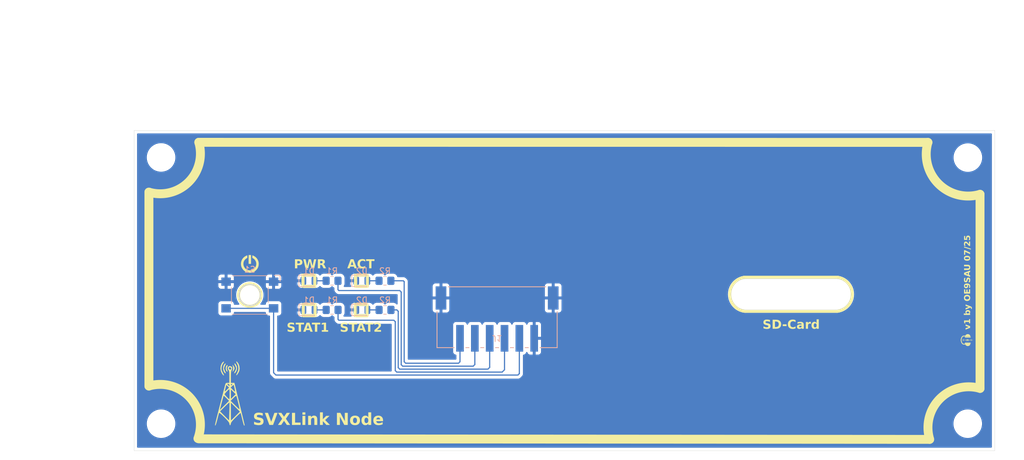
<source format=kicad_pcb>
(kicad_pcb (version 20240108) (generator "pcbnew") (generator_version "8.0")
  (layers (0 "F.Cu" signal) (31 "B.Cu" signal) (34 "B.Paste" user) (35 "F.Paste" user) (36 "B.SilkS" user "B.Silkscreen") (37 "F.SilkS" user "F.Silkscreen") (38 "B.Mask" user) (39 "F.Mask" user) (44 "Edge.Cuts" user))
  (net 0 "")
  (net 1 "GND")
  (footprint "LOGO" (layer "F.Cu") (at 90.9 108.7)
    (property "Reference" "G1" (hide yes))
    (property "Value" " " (hide yes))
  )
  (footprint "MountingHole:MountingHole_4.3mm_M4" (layer "F.Cu") (at 79.05 68.55)
    (property "Reference" "REF1" (hide yes))
    (property "Value" "MountingHole_4.3mm_M4")
    (pad "" np_thru_hole circle (at 0 0) (size 4.3 4.3) (drill 4.3) (layers "F&B.Cu" "*.Mask"))
  )
  (footprint "LOGO" (layer "F.Cu") (at 214.75 99.35 90)
    (property "Reference" "G2" (hide yes))
    (property "Value" "LOGO" (hide yes))
  )
  (footprint "LOGO" (layer "F.Cu") (at 94 86.5)
    (property "Reference" "G***" (hide yes))
    (property "Value" "LOGO" (hide yes))
  )
  (footprint "MountingHole:MountingHole_4.3mm_M4" (layer "F.Cu") (at 214.95 68.575)
    (property "Reference" "REF2" (hide yes))
    (property "Value" "MountingHole_4.3mm_M4")
    (pad "" np_thru_hole circle (at 0 0) (size 4.3 4.3) (drill 4.3) (layers "*.Cu" "*.Mask"))
  )
  (footprint "MountingHole:MountingHole_4.3mm_M4" (layer "F.Cu") (at 214.93 113.45)
    (property "Reference" "REF3" (hide yes))
    (property "Value" "MountingHole_4.3mm_M4")
    (pad "" np_thru_hole circle (at 0 0) (size 4.3 4.3) (drill 4.3) (layers "F&B.Cu" "*.Mask"))
  )
  (footprint "MountingHole:MountingHole_4.3mm_M4" (layer "F.Cu") (at 79.05 113.45)
    (property "Reference" "REF4" (hide yes))
    (property "Value" "MountingHole_4.3mm_M4")
    (pad "" np_thru_hole circle (at 0 0) (size 4.3 4.3) (drill 4.3) (layers "F&B.Cu" "*.Mask"))
  )
  (footprint "LED_SMD:LED_0805_2012Metric" (layer "B.Cu") (at 112.858423 89.35)
    (property "Reference" "D2" (at 0 -1.64 0) (layer "B.SilkS") (effects (justify mirror)))
    (property "Value" "LED_0805_2012Metric" (hide yes))
    (pad "1" smd roundrect (at -0.9375 0) (size 0.975 1.4) (layers "B.Cu" "B.Paste" "B.Mask") (net 1 "GND"))
    (pad "2" smd roundrect (at 0.9375 0) (size 0.975 1.4) (layers "B.Cu" "B.Paste" "B.Mask"))
  )
  (footprint "S6B_XH_SM4_TB:CONN_S6B-XH-SM4-TB_JST" (layer "B.Cu") (at 135.65 95.496199)
    (property "Reference" "J1" (at 0 3.553801 180) (layer "B.SilkS") (effects (justify mirror)))
    (property "Value" "CONN_S6B-XH-SM4-TB_JST")
    (pad "1" smd rect (at -6.25 3.553801) (size 1.2954 4.4958) (layers "B.Cu" "B.Paste" "B.Mask"))
    (pad "2" smd rect (at -3.75 3.553801) (size 1.2954 4.4958) (layers "B.Cu" "B.Paste" "B.Mask"))
    (pad "3" smd rect (at -1.25 3.553801) (size 1.2954 4.4958) (layers "B.Cu" "B.Paste" "B.Mask"))
    (pad "4" smd rect (at 1.25 3.553801) (size 1.2954 4.4958) (layers "B.Cu" "B.Paste" "B.Mask"))
    (pad "5" smd rect (at 3.75 3.553801) (size 1.2954 4.4958) (layers "B.Cu" "B.Paste" "B.Mask"))
    (pad "6" smd rect (at 6.25 3.553801) (size 1.2954 4.4958) (layers "B.Cu" "B.Paste" "B.Mask") (net 1 "GND"))
    (pad "7" smd rect (at -9.449999 -3.246199) (size 1.8034 3.9116) (layers "B.Cu" "B.Paste" "B.Mask") (net 1 "GND"))
    (pad "8" smd rect (at 9.449999 -3.246199) (size 1.8034 3.9116) (layers "B.Cu" "B.Paste" "B.Mask") (net 1 "GND"))
  )
  (footprint "Resistor_SMD:R_0805_2012Metric_Pad1.20x1.40mm_HandSolder" (layer "B.Cu") (at 116.76 89.35 180)
    (property "Reference" "R2" (at 0 1.65 0) (layer "B.SilkS") (effects (justify mirror)))
    (property "Value" "10k")
    (pad "1" smd roundrect (at -1 0 180) (size 1.2 1.4) (layers "B.Cu" "B.Paste" "B.Mask") (roundrect_rratio 0.208333))
    (pad "2" smd roundrect (at 1 0 180) (size 1.2 1.4) (layers "B.Cu" "B.Paste" "B.Mask") (roundrect_rratio 0.208333))
  )
  (footprint "Resistor_SMD:R_0805_2012Metric_Pad1.20x1.40mm_HandSolder" (layer "B.Cu") (at 107.85 89.35 180)
    (property "Reference" "R1" (at 0 1.65 0) (layer "B.SilkS") (effects (justify mirror)))
    (property "Value" "10k")
    (pad "1" smd roundrect (at -1 0 180) (size 1.2 1.4) (layers "B.Cu" "B.Paste" "B.Mask") (roundrect_rratio 0.208333))
    (pad "2" smd roundrect (at 1 0 180) (size 1.2 1.4) (layers "B.Cu" "B.Paste" "B.Mask") (roundrect_rratio 0.208333))
  )
  (footprint "Button_Switch_SMD:SW_SPST_Omron_B3FS-101xP" (layer "B.Cu") (at 94 91.75 180)
    (property "Reference" "S1" (at 0 4.3 0) (layer "B.SilkS") (effects (justify mirror)))
    (property "Value" "SW_SPST_Omron_B3FS-101xP")
    (pad "1" smd rect (at -4 2.25) (size 1.6 1.4) (layers "B.Cu" "B.Paste" "B.Mask") (net 1 "GND"))
    (pad "1" smd rect (at 4 2.25) (size 1.6 1.4) (layers "B.Cu" "B.Paste" "B.Mask") (net 1 "GND"))
    (pad "2" smd rect (at -4 -2.25) (size 1.6 1.4) (layers "B.Cu" "B.Paste" "B.Mask"))
    (pad "2" smd rect (at 4 -2.25) (size 1.6 1.4) (layers "B.Cu" "B.Paste" "B.Mask"))
  )
  (footprint "LED_SMD:LED_0805_2012Metric" (layer "B.Cu") (at 103.958423 94.26)
    (property "Reference" "D1" (at 0 -1.64 0) (layer "B.SilkS") (effects (justify mirror)))
    (property "Value" "LED_0805_2012Metric" (hide yes))
    (pad "1" smd roundrect (at -0.9375 0) (size 0.975 1.4) (layers "B.Cu" "B.Paste" "B.Mask") (net 1 "GND"))
    (pad "2" smd roundrect (at 0.9375 0) (size 0.975 1.4) (layers "B.Cu" "B.Paste" "B.Mask"))
  )
  (footprint "Resistor_SMD:R_0805_2012Metric_Pad1.20x1.40mm_HandSolder" (layer "B.Cu") (at 116.77 94.26 180)
    (property "Reference" "R2" (at 0 1.65 0) (layer "B.SilkS") (effects (justify mirror)))
    (property "Value" "10k")
    (pad "1" smd roundrect (at -1 0 180) (size 1.2 1.4) (layers "B.Cu" "B.Paste" "B.Mask") (roundrect_rratio 0.208333))
    (pad "2" smd roundrect (at 1 0 180) (size 1.2 1.4) (layers "B.Cu" "B.Paste" "B.Mask") (roundrect_rratio 0.208333))
  )
  (footprint "LED_SMD:LED_0805_2012Metric" (layer "B.Cu") (at 112.868423 94.26)
    (property "Reference" "D2" (at 0 -1.64 0) (layer "B.SilkS") (effects (justify mirror)))
    (property "Value" "LED_0805_2012Metric" (hide yes))
    (pad "1" smd roundrect (at -0.9375 0) (size 0.975 1.4) (layers "B.Cu" "B.Paste" "B.Mask") (net 1 "GND"))
    (pad "2" smd roundrect (at 0.9375 0) (size 0.975 1.4) (layers "B.Cu" "B.Paste" "B.Mask"))
  )
  (footprint "LED_SMD:LED_0805_2012Metric" (layer "B.Cu") (at 103.948423 89.35)
    (property "Reference" "D1" (at 0 -1.64 0) (layer "B.SilkS") (effects (justify mirror)))
    (property "Value" "LED_0805_2012Metric" (hide yes))
    (pad "1" smd roundrect (at -0.9375 0) (size 0.975 1.4) (layers "B.Cu" "B.Paste" "B.Mask") (net 1 "GND"))
    (pad "2" smd roundrect (at 0.9375 0) (size 0.975 1.4) (layers "B.Cu" "B.Paste" "B.Mask"))
  )
  (footprint "Resistor_SMD:R_0805_2012Metric_Pad1.20x1.40mm_HandSolder" (layer "B.Cu") (at 107.86 94.26 180)
    (property "Reference" "R1" (at 0 1.65 0) (layer "B.SilkS") (effects (justify mirror)))
    (property "Value" "10k")
    (pad "1" smd roundrect (at -1 0 180) (size 1.2 1.4) (layers "B.Cu" "B.Paste" "B.Mask") (roundrect_rratio 0.208333))
    (pad "2" smd roundrect (at 1 0 180) (size 1.2 1.4) (layers "B.Cu" "B.Paste" "B.Mask") (roundrect_rratio 0.208333))
  )
  (gr_arc (start 193.00734 88.75) (mid 195.476949 91.630103) (end 192.995486 94.499999) (stroke (width 0.5)) (layer "F.SilkS"))
  (gr_arc (start 85.403806 66) (mid 83.69309 72.69309) (end 77 74.403806) (stroke (width 1.5)) (layer "F.SilkS"))
  (gr_arc (start 208.526121 116.088273) (mid 210.209159 109.274252) (end 217 107.500001) (stroke (width 1.5)) (layer "F.SilkS"))
  (gr_rect (start 111.8 88.4) (end 113.8 90.3) (stroke (width 0.5)) (fill none) (layer "F.SilkS"))
  (gr_arc (start 217 74.77307) (mid 210.011784 72.999218) (end 208.22254 66.014928) (stroke (width 1.5)) (layer "F.SilkS"))
  (gr_line (start 177.404513 94.5) (end 192.995486 94.5) (stroke (width 0.5)) (layer "F.SilkS"))
  (gr_rect (start 103 93.35) (end 105 95.25) (stroke (width 0.5)) (fill none) (layer "F.SilkS"))
  (gr_line (start 217 74.77307) (end 217 107.500001) (stroke (width 1.5)) (layer "F.SilkS"))
  (gr_line (start 208.22254 66.014928) (end 85.403806 66) (stroke (width 1.5)) (layer "F.SilkS"))
  (gr_circle (center 94 91.75) (end 95.9 91.75) (stroke (width 0.5)) (fill none) (layer "F.SilkS"))
  (gr_arc (start 77 107.096195) (mid 83.856117 108.975687) (end 85.256388 115.945484) (stroke (width 1.5)) (layer "F.SilkS"))
  (gr_rect (start 111.75 93.35) (end 113.75 95.25) (stroke (width 0.5)) (fill none) (layer "F.SilkS"))
  (gr_rect (start 102.95 88.4) (end 104.95 90.3) (stroke (width 0.5)) (fill none) (layer "F.SilkS"))
  (gr_line (start 208.5 116.096194) (end 85.403806 116) (stroke (width 1.5)) (layer "F.SilkS"))
  (gr_line (start 177.318054 88.75) (end 192.999999 88.75) (stroke (width 0.5)) (layer "F.SilkS"))
  (gr_line (start 77 74.403806) (end 77 107.096194) (stroke (width 1.5)) (layer "F.SilkS"))
  (gr_arc (start 177.351886 94.5) (mid 174.844468 91.639654) (end 177.318054 88.75) (stroke (width 0.5)) (layer "F.SilkS"))
  (gr_rect (start 103.22 93.57) (end 104.72 94.97) (stroke (width 0.05)) (fill none) (layer "Edge.Cuts"))
  (gr_rect (start 112.12 88.66) (end 113.62 90.06) (stroke (width 0.05)) (fill none) (layer "Edge.Cuts"))
  (gr_rect (start 112.13 93.57) (end 113.63 94.97) (stroke (width 0.05)) (fill none) (layer "Edge.Cuts"))
  (gr_line (start 177.659027 89) (end 192.659027 89) (stroke (width 0.05)) (layer "Edge.Cuts"))
  (gr_circle (center 94 91.75) (end 95.8 91.75) (stroke (width 0.2)) (fill none) (layer "Edge.Cuts"))
  (gr_arc (start 192.659027 89) (mid 195.284027 91.625) (end 192.659027 94.25) (stroke (width 0.05)) (layer "Edge.Cuts"))
  (gr_rect (start 74.5 64) (end 219.5 118) (stroke (width 0.05)) (fill none) (layer "Edge.Cuts"))
  (gr_rect (start 103.21 88.66) (end 104.71 90.06) (stroke (width 0.05)) (fill none) (layer "Edge.Cuts"))
  (gr_arc (start 177.659027 94.25) (mid 175.034027 91.625) (end 177.659027 89) (stroke (width 0.05)) (layer "Edge.Cuts"))
  (gr_line (start 177.659027 94.25) (end 192.659027 94.25) (stroke (width 0.05)) (layer "Edge.Cuts"))
  (gr_text "SVXLink Node" (at 94.5 114 0) (layer "F.SilkS") (effects (font (size 2 2) (thickness 0.2) (bold yes)) (justify left bottom)))
  (gr_text "SD-Card" (at 180.359027 97.7 0) (layer "F.SilkS") (effects (font (size 1.5 1.5) (thickness 0.2) (bold yes)) (justify left bottom)))
  (gr_text "v1 by OE9SAU 07/25" (at 215.5 97.6 90) (layer "F.SilkS") (effects (font (size 1 1) (thickness 0.2) (bold yes)) (justify left bottom)))
  (gr_text "PWR" (at 101.41 87.51 0) (layer "F.SilkS") (effects (font (size 1.5 1.5) (thickness 0.2) (bold yes)) (justify left bottom)))
  (gr_text "STAT1" (at 100.2 98.2 0) (layer "F.SilkS") (effects (font (size 1.5 1.5) (thickness 0.2) (bold yes)) (justify left bottom)))
  (gr_text "STAT2\n" (at 109.15 98.2 0) (layer "F.SilkS") (effects (font (size 1.5 1.5) (thickness 0.2) (bold yes)) (justify left bottom)))
  (gr_text "ACT" (at 110.41 87.5 0) (layer "F.SilkS") (effects (font (size 1.5 1.5) (thickness 0.2) (bold yes)) (justify left bottom)))
  (segment (start 109 91) (end 108.85 90.85) (width 0.2) (layer "B.Cu") (net 0))
  (segment (start 98 104.85) (end 98 94.15) (width 0.2) (layer "B.Cu") (net 0))
  (segment (start 108.86 95.86) (end 108.86 94.26) (width 0.2) (layer "B.Cu") (net 0))
  (segment (start 108.85 90.85) (end 108.85 89.35) (width 0.2) (layer "B.Cu") (net 0))
  (segment (start 117.77 94.26) (end 118.76 94.26) (width 0.2) (layer "B.Cu") (net 0))
  (segment (start 106.76 89.36) (end 106.75 89.35) (width 0.2) (layer "B.Cu") (net 0))
  (segment (start 131.9 103.475) (end 131.625 103.75) (width 0.2) (layer "B.Cu") (net 0))
  (segment (start 139.4 99.05) (end 139.4 105) (width 0.2) (layer "B.Cu") (net 0))
  (segment (start 134.1 104.25) (end 134.4 103.95) (width 0.2) (layer "B.Cu") (net 0))
  (segment (start 119.85 89.35) (end 120 89.5) (width 0.2) (layer "B.Cu") (net 0))
  (segment (start 113.805923 94.26) (end 115.77 94.26) (width 0.2) (layer "B.Cu") (net 0))
  (segment (start 90 94) (end 98 94) (width 0.2) (layer "B.Cu") (net 0))
  (segment (start 120 103) (end 120.25 103.25) (width 0.2) (layer "B.Cu") (net 0))
  (segment (start 107.06 94.26) (end 107.07 94.27) (width 0.2) (layer "B.Cu") (net 0))
  (segment (start 115.67 89.36) (end 115.66 89.35) (width 0.2) (layer "B.Cu") (net 0))
  (segment (start 134.4 103.95) (end 134.4 99.05) (width 0.2) (layer "B.Cu") (net 0))
  (segment (start 119 94.5) (end 119 104) (width 0.2) (layer "B.Cu") (net 0))
  (segment (start 113.795923 89.35) (end 115.76 89.35) (width 0.2) (layer "B.Cu") (net 0))
  (segment (start 115.68 94.27) (end 115.67 94.26) (width 0.2) (layer "B.Cu") (net 0))
  (segment (start 139.15 105.25) (end 98.4 105.25) (width 0.2) (layer "B.Cu") (net 0))
  (segment (start 118.25 96) (end 109 96) (width 0.2) (layer "B.Cu") (net 0))
  (segment (start 118.75 104.75) (end 118.5 104.5) (width 0.2) (layer "B.Cu") (net 0))
  (segment (start 118.5 104.5) (end 118.5 96.25) (width 0.2) (layer "B.Cu") (net 0))
  (segment (start 136.9 104.35) (end 136.5 104.75) (width 0.2) (layer "B.Cu") (net 0))
  (segment (start 115.96 89.35) (end 115.97 89.36) (width 0.2) (layer "B.Cu") (net 0))
  (segment (start 131.625 103.75) (end 119.75 103.75) (width 0.2) (layer "B.Cu") (net 0))
  (segment (start 129.4 103) (end 129.4 99.05) (width 0.2) (layer "B.Cu") (net 0))
  (segment (start 109 96) (end 108.86 95.86) (width 0.2) (layer "B.Cu") (net 0))
  (segment (start 118.5 96.25) (end 118.25 96) (width 0.2) (layer "B.Cu") (net 0))
  (segment (start 139.4 105) (end 139.15 105.25) (width 0.2) (layer "B.Cu") (net 0))
  (segment (start 117.76 89.35) (end 119.85 89.35) (width 0.2) (layer "B.Cu") (net 0))
  (segment (start 118.76 94.26) (end 119 94.5) (width 0.2) (layer "B.Cu") (net 0))
  (segment (start 115.97 94.26) (end 115.98 94.27) (width 0.2) (layer "B.Cu") (net 0))
  (segment (start 129.15 103.25) (end 129.4 103) (width 0.2) (layer "B.Cu") (net 0))
  (segment (start 104.885923 89.35) (end 106.85 89.35) (width 0.2) (layer "B.Cu") (net 0))
  (segment (start 119.5 91.25) (end 119.25 91) (width 0.2) (layer "B.Cu") (net 0))
  (segment (start 119.75 103.75) (end 119.5 103.5) (width 0.2) (layer "B.Cu") (net 0))
  (segment (start 98.4 105.25) (end 98 104.85) (width 0.2) (layer "B.Cu") (net 0))
  (segment (start 107.05 89.35) (end 107.06 89.36) (width 0.2) (layer "B.Cu") (net 0))
  (segment (start 119 104) (end 119.25 104.25) (width 0.2) (layer "B.Cu") (net 0))
  (segment (start 120.25 103.25) (end 129.15 103.25) (width 0.2) (layer "B.Cu") (net 0))
  (segment (start 119.5 103.5) (end 119.5 91.25) (width 0.2) (layer "B.Cu") (net 0))
  (segment (start 119.25 91) (end 109 91) (width 0.2) (layer "B.Cu") (net 0))
  (segment (start 120 89.5) (end 120 103) (width 0.2) (layer "B.Cu") (net 0))
  (segment (start 131.9 99.05) (end 131.9 103.475) (width 0.2) (layer "B.Cu") (net 0))
  (segment (start 119.25 104.25) (end 134.1 104.25) (width 0.2) (layer "B.Cu") (net 0))
  (segment (start 136.9 99.05) (end 136.9 104.35) (width 0.2) (layer "B.Cu") (net 0))
  (segment (start 136.5 104.75) (end 118.75 104.75) (width 0.2) (layer "B.Cu") (net 0))
  (segment (start 106.77 94.27) (end 106.76 94.26) (width 0.2) (layer "B.Cu") (net 0))
  (segment (start 104.895923 94.26) (end 106.86 94.26) (width 0.2) (layer "B.Cu") (net 0))
  (zone (net 1) (net_name "GND") (layer "B.Cu") (connect_pads (clearance 0.5)) (min_thickness 0.25) (fill yes (thermal_gap 0.5) (thermal_bridge_width 0.5))
    (polygon (pts (xy 74.5 64) (xy 74.5 118) (xy 219.5 118) (xy 219.5 64)))
  )
)
</source>
